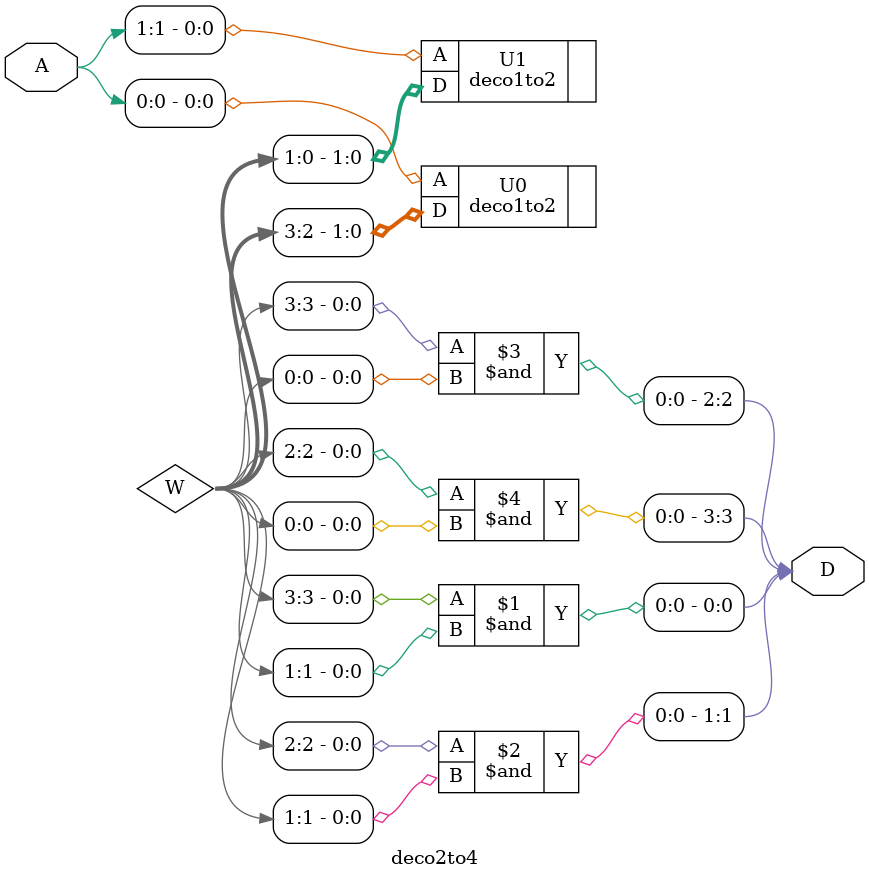
<source format=v>
`include "decoder1to2.v"

module deco2to4(A,D);

    input [0:1] A;
    output [3:0] D;

    wire  [3:0] W;

    deco1to2 U0(.A(A[0]), .D(W[3:2]));
    deco1to2 U1(.A(A[1]), .D(W[1:0]));

    assign D[0] = W[3] & W[1];
    assign D[1] = W[2] & W[1];
    assign D[2] = W[3] & W[0];
    assign D[3] = W[2] & W[0]; 
 
endmodule

</source>
